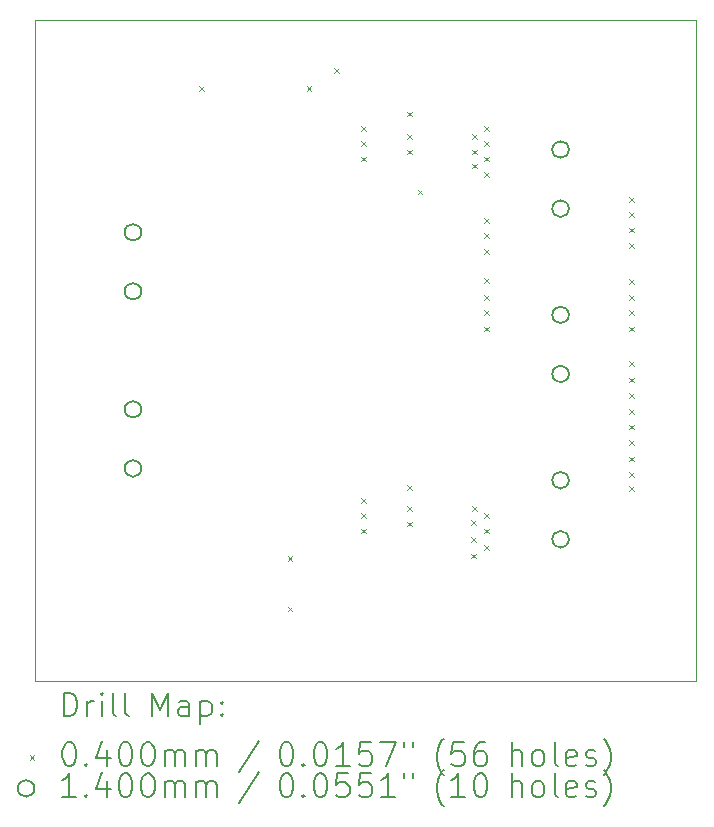
<source format=gbr>
%TF.GenerationSoftware,KiCad,Pcbnew,(7.0.0)*%
%TF.CreationDate,2023-05-21T08:54:48-04:00*%
%TF.ProjectId,Solenoid_Driver,536f6c65-6e6f-4696-945f-447269766572,V1.0*%
%TF.SameCoordinates,Original*%
%TF.FileFunction,Drillmap*%
%TF.FilePolarity,Positive*%
%FSLAX45Y45*%
G04 Gerber Fmt 4.5, Leading zero omitted, Abs format (unit mm)*
G04 Created by KiCad (PCBNEW (7.0.0)) date 2023-05-21 08:54:48*
%MOMM*%
%LPD*%
G01*
G04 APERTURE LIST*
%ADD10C,0.100000*%
%ADD11C,0.200000*%
%ADD12C,0.040000*%
%ADD13C,0.140000*%
G04 APERTURE END LIST*
D10*
X12000000Y-6000000D02*
X17600000Y-6000000D01*
X17600000Y-6000000D02*
X17600000Y-11600000D01*
X17600000Y-11600000D02*
X12000000Y-11600000D01*
X12000000Y-11600000D02*
X12000000Y-6000000D01*
D11*
D12*
X13388750Y-6560000D02*
X13428750Y-6600000D01*
X13428750Y-6560000D02*
X13388750Y-6600000D01*
X14140000Y-10540000D02*
X14180000Y-10580000D01*
X14180000Y-10540000D02*
X14140000Y-10580000D01*
X14140000Y-10970000D02*
X14180000Y-11010000D01*
X14180000Y-10970000D02*
X14140000Y-11010000D01*
X14300000Y-6560000D02*
X14340000Y-6600000D01*
X14340000Y-6560000D02*
X14300000Y-6600000D01*
X14530000Y-6410000D02*
X14570000Y-6450000D01*
X14570000Y-6410000D02*
X14530000Y-6450000D01*
X14760000Y-6900000D02*
X14800000Y-6940000D01*
X14800000Y-6900000D02*
X14760000Y-6940000D01*
X14760000Y-7030000D02*
X14800000Y-7070000D01*
X14800000Y-7030000D02*
X14760000Y-7070000D01*
X14760000Y-7160000D02*
X14800000Y-7200000D01*
X14800000Y-7160000D02*
X14760000Y-7200000D01*
X14760000Y-10050000D02*
X14800000Y-10090000D01*
X14800000Y-10050000D02*
X14760000Y-10090000D01*
X14760000Y-10180000D02*
X14800000Y-10220000D01*
X14800000Y-10180000D02*
X14760000Y-10220000D01*
X14760000Y-10310000D02*
X14800000Y-10350000D01*
X14800000Y-10310000D02*
X14760000Y-10350000D01*
X15150000Y-6780000D02*
X15190000Y-6820000D01*
X15190000Y-6780000D02*
X15150000Y-6820000D01*
X15150000Y-6970000D02*
X15190000Y-7010000D01*
X15190000Y-6970000D02*
X15150000Y-7010000D01*
X15150000Y-7100000D02*
X15190000Y-7140000D01*
X15190000Y-7100000D02*
X15150000Y-7140000D01*
X15150000Y-9940000D02*
X15190000Y-9980000D01*
X15190000Y-9940000D02*
X15150000Y-9980000D01*
X15150000Y-10120000D02*
X15190000Y-10160000D01*
X15190000Y-10120000D02*
X15150000Y-10160000D01*
X15150000Y-10250000D02*
X15190000Y-10290000D01*
X15190000Y-10250000D02*
X15150000Y-10290000D01*
X15240000Y-7440000D02*
X15280000Y-7480000D01*
X15280000Y-7440000D02*
X15240000Y-7480000D01*
X15690000Y-10240000D02*
X15730000Y-10280000D01*
X15730000Y-10240000D02*
X15690000Y-10280000D01*
X15690000Y-10380000D02*
X15730000Y-10420000D01*
X15730000Y-10380000D02*
X15690000Y-10420000D01*
X15690000Y-10520000D02*
X15730000Y-10560000D01*
X15730000Y-10520000D02*
X15690000Y-10560000D01*
X15700000Y-6970000D02*
X15740000Y-7010000D01*
X15740000Y-6970000D02*
X15700000Y-7010000D01*
X15700000Y-7100000D02*
X15740000Y-7140000D01*
X15740000Y-7100000D02*
X15700000Y-7140000D01*
X15700000Y-7220000D02*
X15740000Y-7260000D01*
X15740000Y-7220000D02*
X15700000Y-7260000D01*
X15700000Y-10120000D02*
X15740000Y-10160000D01*
X15740000Y-10120000D02*
X15700000Y-10160000D01*
X15800000Y-6900000D02*
X15840000Y-6940000D01*
X15840000Y-6900000D02*
X15800000Y-6940000D01*
X15800000Y-7030000D02*
X15840000Y-7070000D01*
X15840000Y-7030000D02*
X15800000Y-7070000D01*
X15800000Y-7160000D02*
X15840000Y-7200000D01*
X15840000Y-7160000D02*
X15800000Y-7200000D01*
X15800000Y-7290000D02*
X15840000Y-7330000D01*
X15840000Y-7290000D02*
X15800000Y-7330000D01*
X15800000Y-7680000D02*
X15840000Y-7720000D01*
X15840000Y-7680000D02*
X15800000Y-7720000D01*
X15800000Y-7810000D02*
X15840000Y-7850000D01*
X15840000Y-7810000D02*
X15800000Y-7850000D01*
X15800000Y-7940000D02*
X15840000Y-7980000D01*
X15840000Y-7940000D02*
X15800000Y-7980000D01*
X15800000Y-8190000D02*
X15840000Y-8230000D01*
X15840000Y-8190000D02*
X15800000Y-8230000D01*
X15800000Y-8330000D02*
X15840000Y-8370000D01*
X15840000Y-8330000D02*
X15800000Y-8370000D01*
X15800000Y-8460000D02*
X15840000Y-8500000D01*
X15840000Y-8460000D02*
X15800000Y-8500000D01*
X15800000Y-8600000D02*
X15840000Y-8640000D01*
X15840000Y-8600000D02*
X15800000Y-8640000D01*
X15800000Y-10180000D02*
X15840000Y-10220000D01*
X15840000Y-10180000D02*
X15800000Y-10220000D01*
X15800000Y-10310000D02*
X15840000Y-10350000D01*
X15840000Y-10310000D02*
X15800000Y-10350000D01*
X15800000Y-10450000D02*
X15840000Y-10490000D01*
X15840000Y-10450000D02*
X15800000Y-10490000D01*
X17030000Y-7500000D02*
X17070000Y-7540000D01*
X17070000Y-7500000D02*
X17030000Y-7540000D01*
X17030000Y-7630000D02*
X17070000Y-7670000D01*
X17070000Y-7630000D02*
X17030000Y-7670000D01*
X17030000Y-7760000D02*
X17070000Y-7800000D01*
X17070000Y-7760000D02*
X17030000Y-7800000D01*
X17030000Y-7890000D02*
X17070000Y-7930000D01*
X17070000Y-7890000D02*
X17030000Y-7930000D01*
X17030000Y-8200000D02*
X17070000Y-8240000D01*
X17070000Y-8200000D02*
X17030000Y-8240000D01*
X17030000Y-8330000D02*
X17070000Y-8370000D01*
X17070000Y-8330000D02*
X17030000Y-8370000D01*
X17030000Y-8460000D02*
X17070000Y-8500000D01*
X17070000Y-8460000D02*
X17030000Y-8500000D01*
X17030000Y-8600000D02*
X17070000Y-8640000D01*
X17070000Y-8600000D02*
X17030000Y-8640000D01*
X17030000Y-8890000D02*
X17070000Y-8930000D01*
X17070000Y-8890000D02*
X17030000Y-8930000D01*
X17030000Y-9030000D02*
X17070000Y-9070000D01*
X17070000Y-9030000D02*
X17030000Y-9070000D01*
X17030000Y-9160000D02*
X17070000Y-9200000D01*
X17070000Y-9160000D02*
X17030000Y-9200000D01*
X17030000Y-9300000D02*
X17070000Y-9340000D01*
X17070000Y-9300000D02*
X17030000Y-9340000D01*
X17030000Y-9430000D02*
X17070000Y-9470000D01*
X17070000Y-9430000D02*
X17030000Y-9470000D01*
X17030000Y-9560000D02*
X17070000Y-9600000D01*
X17070000Y-9560000D02*
X17030000Y-9600000D01*
X17030000Y-9700000D02*
X17070000Y-9740000D01*
X17070000Y-9700000D02*
X17030000Y-9740000D01*
X17030000Y-9830000D02*
X17070000Y-9870000D01*
X17070000Y-9830000D02*
X17030000Y-9870000D01*
X17030000Y-9950000D02*
X17070000Y-9990000D01*
X17070000Y-9950000D02*
X17030000Y-9990000D01*
D13*
X12900000Y-7800000D02*
G75*
G03*
X12900000Y-7800000I-70000J0D01*
G01*
X12900000Y-8300000D02*
G75*
G03*
X12900000Y-8300000I-70000J0D01*
G01*
X12900000Y-9300000D02*
G75*
G03*
X12900000Y-9300000I-70000J0D01*
G01*
X12900000Y-9800000D02*
G75*
G03*
X12900000Y-9800000I-70000J0D01*
G01*
X16520000Y-7100000D02*
G75*
G03*
X16520000Y-7100000I-70000J0D01*
G01*
X16520000Y-7600000D02*
G75*
G03*
X16520000Y-7600000I-70000J0D01*
G01*
X16520000Y-8500000D02*
G75*
G03*
X16520000Y-8500000I-70000J0D01*
G01*
X16520000Y-9000000D02*
G75*
G03*
X16520000Y-9000000I-70000J0D01*
G01*
X16520000Y-9900000D02*
G75*
G03*
X16520000Y-9900000I-70000J0D01*
G01*
X16520000Y-10400000D02*
G75*
G03*
X16520000Y-10400000I-70000J0D01*
G01*
D11*
X12242619Y-11898476D02*
X12242619Y-11698476D01*
X12242619Y-11698476D02*
X12290238Y-11698476D01*
X12290238Y-11698476D02*
X12318809Y-11708000D01*
X12318809Y-11708000D02*
X12337857Y-11727048D01*
X12337857Y-11727048D02*
X12347381Y-11746095D01*
X12347381Y-11746095D02*
X12356905Y-11784190D01*
X12356905Y-11784190D02*
X12356905Y-11812762D01*
X12356905Y-11812762D02*
X12347381Y-11850857D01*
X12347381Y-11850857D02*
X12337857Y-11869905D01*
X12337857Y-11869905D02*
X12318809Y-11888952D01*
X12318809Y-11888952D02*
X12290238Y-11898476D01*
X12290238Y-11898476D02*
X12242619Y-11898476D01*
X12442619Y-11898476D02*
X12442619Y-11765143D01*
X12442619Y-11803238D02*
X12452143Y-11784190D01*
X12452143Y-11784190D02*
X12461667Y-11774667D01*
X12461667Y-11774667D02*
X12480714Y-11765143D01*
X12480714Y-11765143D02*
X12499762Y-11765143D01*
X12566428Y-11898476D02*
X12566428Y-11765143D01*
X12566428Y-11698476D02*
X12556905Y-11708000D01*
X12556905Y-11708000D02*
X12566428Y-11717524D01*
X12566428Y-11717524D02*
X12575952Y-11708000D01*
X12575952Y-11708000D02*
X12566428Y-11698476D01*
X12566428Y-11698476D02*
X12566428Y-11717524D01*
X12690238Y-11898476D02*
X12671190Y-11888952D01*
X12671190Y-11888952D02*
X12661667Y-11869905D01*
X12661667Y-11869905D02*
X12661667Y-11698476D01*
X12795000Y-11898476D02*
X12775952Y-11888952D01*
X12775952Y-11888952D02*
X12766428Y-11869905D01*
X12766428Y-11869905D02*
X12766428Y-11698476D01*
X12991190Y-11898476D02*
X12991190Y-11698476D01*
X12991190Y-11698476D02*
X13057857Y-11841333D01*
X13057857Y-11841333D02*
X13124524Y-11698476D01*
X13124524Y-11698476D02*
X13124524Y-11898476D01*
X13305476Y-11898476D02*
X13305476Y-11793714D01*
X13305476Y-11793714D02*
X13295952Y-11774667D01*
X13295952Y-11774667D02*
X13276905Y-11765143D01*
X13276905Y-11765143D02*
X13238809Y-11765143D01*
X13238809Y-11765143D02*
X13219762Y-11774667D01*
X13305476Y-11888952D02*
X13286428Y-11898476D01*
X13286428Y-11898476D02*
X13238809Y-11898476D01*
X13238809Y-11898476D02*
X13219762Y-11888952D01*
X13219762Y-11888952D02*
X13210238Y-11869905D01*
X13210238Y-11869905D02*
X13210238Y-11850857D01*
X13210238Y-11850857D02*
X13219762Y-11831809D01*
X13219762Y-11831809D02*
X13238809Y-11822286D01*
X13238809Y-11822286D02*
X13286428Y-11822286D01*
X13286428Y-11822286D02*
X13305476Y-11812762D01*
X13400714Y-11765143D02*
X13400714Y-11965143D01*
X13400714Y-11774667D02*
X13419762Y-11765143D01*
X13419762Y-11765143D02*
X13457857Y-11765143D01*
X13457857Y-11765143D02*
X13476905Y-11774667D01*
X13476905Y-11774667D02*
X13486428Y-11784190D01*
X13486428Y-11784190D02*
X13495952Y-11803238D01*
X13495952Y-11803238D02*
X13495952Y-11860381D01*
X13495952Y-11860381D02*
X13486428Y-11879428D01*
X13486428Y-11879428D02*
X13476905Y-11888952D01*
X13476905Y-11888952D02*
X13457857Y-11898476D01*
X13457857Y-11898476D02*
X13419762Y-11898476D01*
X13419762Y-11898476D02*
X13400714Y-11888952D01*
X13581667Y-11879428D02*
X13591190Y-11888952D01*
X13591190Y-11888952D02*
X13581667Y-11898476D01*
X13581667Y-11898476D02*
X13572143Y-11888952D01*
X13572143Y-11888952D02*
X13581667Y-11879428D01*
X13581667Y-11879428D02*
X13581667Y-11898476D01*
X13581667Y-11774667D02*
X13591190Y-11784190D01*
X13591190Y-11784190D02*
X13581667Y-11793714D01*
X13581667Y-11793714D02*
X13572143Y-11784190D01*
X13572143Y-11784190D02*
X13581667Y-11774667D01*
X13581667Y-11774667D02*
X13581667Y-11793714D01*
D12*
X11955000Y-12225000D02*
X11995000Y-12265000D01*
X11995000Y-12225000D02*
X11955000Y-12265000D01*
D11*
X12280714Y-12118476D02*
X12299762Y-12118476D01*
X12299762Y-12118476D02*
X12318809Y-12128000D01*
X12318809Y-12128000D02*
X12328333Y-12137524D01*
X12328333Y-12137524D02*
X12337857Y-12156571D01*
X12337857Y-12156571D02*
X12347381Y-12194667D01*
X12347381Y-12194667D02*
X12347381Y-12242286D01*
X12347381Y-12242286D02*
X12337857Y-12280381D01*
X12337857Y-12280381D02*
X12328333Y-12299428D01*
X12328333Y-12299428D02*
X12318809Y-12308952D01*
X12318809Y-12308952D02*
X12299762Y-12318476D01*
X12299762Y-12318476D02*
X12280714Y-12318476D01*
X12280714Y-12318476D02*
X12261667Y-12308952D01*
X12261667Y-12308952D02*
X12252143Y-12299428D01*
X12252143Y-12299428D02*
X12242619Y-12280381D01*
X12242619Y-12280381D02*
X12233095Y-12242286D01*
X12233095Y-12242286D02*
X12233095Y-12194667D01*
X12233095Y-12194667D02*
X12242619Y-12156571D01*
X12242619Y-12156571D02*
X12252143Y-12137524D01*
X12252143Y-12137524D02*
X12261667Y-12128000D01*
X12261667Y-12128000D02*
X12280714Y-12118476D01*
X12433095Y-12299428D02*
X12442619Y-12308952D01*
X12442619Y-12308952D02*
X12433095Y-12318476D01*
X12433095Y-12318476D02*
X12423571Y-12308952D01*
X12423571Y-12308952D02*
X12433095Y-12299428D01*
X12433095Y-12299428D02*
X12433095Y-12318476D01*
X12614048Y-12185143D02*
X12614048Y-12318476D01*
X12566428Y-12108952D02*
X12518809Y-12251809D01*
X12518809Y-12251809D02*
X12642619Y-12251809D01*
X12756905Y-12118476D02*
X12775952Y-12118476D01*
X12775952Y-12118476D02*
X12795000Y-12128000D01*
X12795000Y-12128000D02*
X12804524Y-12137524D01*
X12804524Y-12137524D02*
X12814048Y-12156571D01*
X12814048Y-12156571D02*
X12823571Y-12194667D01*
X12823571Y-12194667D02*
X12823571Y-12242286D01*
X12823571Y-12242286D02*
X12814048Y-12280381D01*
X12814048Y-12280381D02*
X12804524Y-12299428D01*
X12804524Y-12299428D02*
X12795000Y-12308952D01*
X12795000Y-12308952D02*
X12775952Y-12318476D01*
X12775952Y-12318476D02*
X12756905Y-12318476D01*
X12756905Y-12318476D02*
X12737857Y-12308952D01*
X12737857Y-12308952D02*
X12728333Y-12299428D01*
X12728333Y-12299428D02*
X12718809Y-12280381D01*
X12718809Y-12280381D02*
X12709286Y-12242286D01*
X12709286Y-12242286D02*
X12709286Y-12194667D01*
X12709286Y-12194667D02*
X12718809Y-12156571D01*
X12718809Y-12156571D02*
X12728333Y-12137524D01*
X12728333Y-12137524D02*
X12737857Y-12128000D01*
X12737857Y-12128000D02*
X12756905Y-12118476D01*
X12947381Y-12118476D02*
X12966429Y-12118476D01*
X12966429Y-12118476D02*
X12985476Y-12128000D01*
X12985476Y-12128000D02*
X12995000Y-12137524D01*
X12995000Y-12137524D02*
X13004524Y-12156571D01*
X13004524Y-12156571D02*
X13014048Y-12194667D01*
X13014048Y-12194667D02*
X13014048Y-12242286D01*
X13014048Y-12242286D02*
X13004524Y-12280381D01*
X13004524Y-12280381D02*
X12995000Y-12299428D01*
X12995000Y-12299428D02*
X12985476Y-12308952D01*
X12985476Y-12308952D02*
X12966429Y-12318476D01*
X12966429Y-12318476D02*
X12947381Y-12318476D01*
X12947381Y-12318476D02*
X12928333Y-12308952D01*
X12928333Y-12308952D02*
X12918809Y-12299428D01*
X12918809Y-12299428D02*
X12909286Y-12280381D01*
X12909286Y-12280381D02*
X12899762Y-12242286D01*
X12899762Y-12242286D02*
X12899762Y-12194667D01*
X12899762Y-12194667D02*
X12909286Y-12156571D01*
X12909286Y-12156571D02*
X12918809Y-12137524D01*
X12918809Y-12137524D02*
X12928333Y-12128000D01*
X12928333Y-12128000D02*
X12947381Y-12118476D01*
X13099762Y-12318476D02*
X13099762Y-12185143D01*
X13099762Y-12204190D02*
X13109286Y-12194667D01*
X13109286Y-12194667D02*
X13128333Y-12185143D01*
X13128333Y-12185143D02*
X13156905Y-12185143D01*
X13156905Y-12185143D02*
X13175952Y-12194667D01*
X13175952Y-12194667D02*
X13185476Y-12213714D01*
X13185476Y-12213714D02*
X13185476Y-12318476D01*
X13185476Y-12213714D02*
X13195000Y-12194667D01*
X13195000Y-12194667D02*
X13214048Y-12185143D01*
X13214048Y-12185143D02*
X13242619Y-12185143D01*
X13242619Y-12185143D02*
X13261667Y-12194667D01*
X13261667Y-12194667D02*
X13271190Y-12213714D01*
X13271190Y-12213714D02*
X13271190Y-12318476D01*
X13366429Y-12318476D02*
X13366429Y-12185143D01*
X13366429Y-12204190D02*
X13375952Y-12194667D01*
X13375952Y-12194667D02*
X13395000Y-12185143D01*
X13395000Y-12185143D02*
X13423571Y-12185143D01*
X13423571Y-12185143D02*
X13442619Y-12194667D01*
X13442619Y-12194667D02*
X13452143Y-12213714D01*
X13452143Y-12213714D02*
X13452143Y-12318476D01*
X13452143Y-12213714D02*
X13461667Y-12194667D01*
X13461667Y-12194667D02*
X13480714Y-12185143D01*
X13480714Y-12185143D02*
X13509286Y-12185143D01*
X13509286Y-12185143D02*
X13528333Y-12194667D01*
X13528333Y-12194667D02*
X13537857Y-12213714D01*
X13537857Y-12213714D02*
X13537857Y-12318476D01*
X13895952Y-12108952D02*
X13724524Y-12366095D01*
X14120714Y-12118476D02*
X14139762Y-12118476D01*
X14139762Y-12118476D02*
X14158810Y-12128000D01*
X14158810Y-12128000D02*
X14168333Y-12137524D01*
X14168333Y-12137524D02*
X14177857Y-12156571D01*
X14177857Y-12156571D02*
X14187381Y-12194667D01*
X14187381Y-12194667D02*
X14187381Y-12242286D01*
X14187381Y-12242286D02*
X14177857Y-12280381D01*
X14177857Y-12280381D02*
X14168333Y-12299428D01*
X14168333Y-12299428D02*
X14158810Y-12308952D01*
X14158810Y-12308952D02*
X14139762Y-12318476D01*
X14139762Y-12318476D02*
X14120714Y-12318476D01*
X14120714Y-12318476D02*
X14101667Y-12308952D01*
X14101667Y-12308952D02*
X14092143Y-12299428D01*
X14092143Y-12299428D02*
X14082619Y-12280381D01*
X14082619Y-12280381D02*
X14073095Y-12242286D01*
X14073095Y-12242286D02*
X14073095Y-12194667D01*
X14073095Y-12194667D02*
X14082619Y-12156571D01*
X14082619Y-12156571D02*
X14092143Y-12137524D01*
X14092143Y-12137524D02*
X14101667Y-12128000D01*
X14101667Y-12128000D02*
X14120714Y-12118476D01*
X14273095Y-12299428D02*
X14282619Y-12308952D01*
X14282619Y-12308952D02*
X14273095Y-12318476D01*
X14273095Y-12318476D02*
X14263571Y-12308952D01*
X14263571Y-12308952D02*
X14273095Y-12299428D01*
X14273095Y-12299428D02*
X14273095Y-12318476D01*
X14406429Y-12118476D02*
X14425476Y-12118476D01*
X14425476Y-12118476D02*
X14444524Y-12128000D01*
X14444524Y-12128000D02*
X14454048Y-12137524D01*
X14454048Y-12137524D02*
X14463571Y-12156571D01*
X14463571Y-12156571D02*
X14473095Y-12194667D01*
X14473095Y-12194667D02*
X14473095Y-12242286D01*
X14473095Y-12242286D02*
X14463571Y-12280381D01*
X14463571Y-12280381D02*
X14454048Y-12299428D01*
X14454048Y-12299428D02*
X14444524Y-12308952D01*
X14444524Y-12308952D02*
X14425476Y-12318476D01*
X14425476Y-12318476D02*
X14406429Y-12318476D01*
X14406429Y-12318476D02*
X14387381Y-12308952D01*
X14387381Y-12308952D02*
X14377857Y-12299428D01*
X14377857Y-12299428D02*
X14368333Y-12280381D01*
X14368333Y-12280381D02*
X14358810Y-12242286D01*
X14358810Y-12242286D02*
X14358810Y-12194667D01*
X14358810Y-12194667D02*
X14368333Y-12156571D01*
X14368333Y-12156571D02*
X14377857Y-12137524D01*
X14377857Y-12137524D02*
X14387381Y-12128000D01*
X14387381Y-12128000D02*
X14406429Y-12118476D01*
X14663571Y-12318476D02*
X14549286Y-12318476D01*
X14606429Y-12318476D02*
X14606429Y-12118476D01*
X14606429Y-12118476D02*
X14587381Y-12147048D01*
X14587381Y-12147048D02*
X14568333Y-12166095D01*
X14568333Y-12166095D02*
X14549286Y-12175619D01*
X14844524Y-12118476D02*
X14749286Y-12118476D01*
X14749286Y-12118476D02*
X14739762Y-12213714D01*
X14739762Y-12213714D02*
X14749286Y-12204190D01*
X14749286Y-12204190D02*
X14768333Y-12194667D01*
X14768333Y-12194667D02*
X14815952Y-12194667D01*
X14815952Y-12194667D02*
X14835000Y-12204190D01*
X14835000Y-12204190D02*
X14844524Y-12213714D01*
X14844524Y-12213714D02*
X14854048Y-12232762D01*
X14854048Y-12232762D02*
X14854048Y-12280381D01*
X14854048Y-12280381D02*
X14844524Y-12299428D01*
X14844524Y-12299428D02*
X14835000Y-12308952D01*
X14835000Y-12308952D02*
X14815952Y-12318476D01*
X14815952Y-12318476D02*
X14768333Y-12318476D01*
X14768333Y-12318476D02*
X14749286Y-12308952D01*
X14749286Y-12308952D02*
X14739762Y-12299428D01*
X14920714Y-12118476D02*
X15054048Y-12118476D01*
X15054048Y-12118476D02*
X14968333Y-12318476D01*
X15120714Y-12118476D02*
X15120714Y-12156571D01*
X15196905Y-12118476D02*
X15196905Y-12156571D01*
X15459762Y-12394667D02*
X15450238Y-12385143D01*
X15450238Y-12385143D02*
X15431191Y-12356571D01*
X15431191Y-12356571D02*
X15421667Y-12337524D01*
X15421667Y-12337524D02*
X15412143Y-12308952D01*
X15412143Y-12308952D02*
X15402619Y-12261333D01*
X15402619Y-12261333D02*
X15402619Y-12223238D01*
X15402619Y-12223238D02*
X15412143Y-12175619D01*
X15412143Y-12175619D02*
X15421667Y-12147048D01*
X15421667Y-12147048D02*
X15431191Y-12128000D01*
X15431191Y-12128000D02*
X15450238Y-12099428D01*
X15450238Y-12099428D02*
X15459762Y-12089905D01*
X15631191Y-12118476D02*
X15535952Y-12118476D01*
X15535952Y-12118476D02*
X15526429Y-12213714D01*
X15526429Y-12213714D02*
X15535952Y-12204190D01*
X15535952Y-12204190D02*
X15555000Y-12194667D01*
X15555000Y-12194667D02*
X15602619Y-12194667D01*
X15602619Y-12194667D02*
X15621667Y-12204190D01*
X15621667Y-12204190D02*
X15631191Y-12213714D01*
X15631191Y-12213714D02*
X15640714Y-12232762D01*
X15640714Y-12232762D02*
X15640714Y-12280381D01*
X15640714Y-12280381D02*
X15631191Y-12299428D01*
X15631191Y-12299428D02*
X15621667Y-12308952D01*
X15621667Y-12308952D02*
X15602619Y-12318476D01*
X15602619Y-12318476D02*
X15555000Y-12318476D01*
X15555000Y-12318476D02*
X15535952Y-12308952D01*
X15535952Y-12308952D02*
X15526429Y-12299428D01*
X15812143Y-12118476D02*
X15774048Y-12118476D01*
X15774048Y-12118476D02*
X15755000Y-12128000D01*
X15755000Y-12128000D02*
X15745476Y-12137524D01*
X15745476Y-12137524D02*
X15726429Y-12166095D01*
X15726429Y-12166095D02*
X15716905Y-12204190D01*
X15716905Y-12204190D02*
X15716905Y-12280381D01*
X15716905Y-12280381D02*
X15726429Y-12299428D01*
X15726429Y-12299428D02*
X15735952Y-12308952D01*
X15735952Y-12308952D02*
X15755000Y-12318476D01*
X15755000Y-12318476D02*
X15793095Y-12318476D01*
X15793095Y-12318476D02*
X15812143Y-12308952D01*
X15812143Y-12308952D02*
X15821667Y-12299428D01*
X15821667Y-12299428D02*
X15831191Y-12280381D01*
X15831191Y-12280381D02*
X15831191Y-12232762D01*
X15831191Y-12232762D02*
X15821667Y-12213714D01*
X15821667Y-12213714D02*
X15812143Y-12204190D01*
X15812143Y-12204190D02*
X15793095Y-12194667D01*
X15793095Y-12194667D02*
X15755000Y-12194667D01*
X15755000Y-12194667D02*
X15735952Y-12204190D01*
X15735952Y-12204190D02*
X15726429Y-12213714D01*
X15726429Y-12213714D02*
X15716905Y-12232762D01*
X16036905Y-12318476D02*
X16036905Y-12118476D01*
X16122619Y-12318476D02*
X16122619Y-12213714D01*
X16122619Y-12213714D02*
X16113095Y-12194667D01*
X16113095Y-12194667D02*
X16094048Y-12185143D01*
X16094048Y-12185143D02*
X16065476Y-12185143D01*
X16065476Y-12185143D02*
X16046429Y-12194667D01*
X16046429Y-12194667D02*
X16036905Y-12204190D01*
X16246429Y-12318476D02*
X16227381Y-12308952D01*
X16227381Y-12308952D02*
X16217857Y-12299428D01*
X16217857Y-12299428D02*
X16208333Y-12280381D01*
X16208333Y-12280381D02*
X16208333Y-12223238D01*
X16208333Y-12223238D02*
X16217857Y-12204190D01*
X16217857Y-12204190D02*
X16227381Y-12194667D01*
X16227381Y-12194667D02*
X16246429Y-12185143D01*
X16246429Y-12185143D02*
X16275000Y-12185143D01*
X16275000Y-12185143D02*
X16294048Y-12194667D01*
X16294048Y-12194667D02*
X16303572Y-12204190D01*
X16303572Y-12204190D02*
X16313095Y-12223238D01*
X16313095Y-12223238D02*
X16313095Y-12280381D01*
X16313095Y-12280381D02*
X16303572Y-12299428D01*
X16303572Y-12299428D02*
X16294048Y-12308952D01*
X16294048Y-12308952D02*
X16275000Y-12318476D01*
X16275000Y-12318476D02*
X16246429Y-12318476D01*
X16427381Y-12318476D02*
X16408333Y-12308952D01*
X16408333Y-12308952D02*
X16398810Y-12289905D01*
X16398810Y-12289905D02*
X16398810Y-12118476D01*
X16579762Y-12308952D02*
X16560714Y-12318476D01*
X16560714Y-12318476D02*
X16522619Y-12318476D01*
X16522619Y-12318476D02*
X16503572Y-12308952D01*
X16503572Y-12308952D02*
X16494048Y-12289905D01*
X16494048Y-12289905D02*
X16494048Y-12213714D01*
X16494048Y-12213714D02*
X16503572Y-12194667D01*
X16503572Y-12194667D02*
X16522619Y-12185143D01*
X16522619Y-12185143D02*
X16560714Y-12185143D01*
X16560714Y-12185143D02*
X16579762Y-12194667D01*
X16579762Y-12194667D02*
X16589286Y-12213714D01*
X16589286Y-12213714D02*
X16589286Y-12232762D01*
X16589286Y-12232762D02*
X16494048Y-12251809D01*
X16665476Y-12308952D02*
X16684524Y-12318476D01*
X16684524Y-12318476D02*
X16722619Y-12318476D01*
X16722619Y-12318476D02*
X16741667Y-12308952D01*
X16741667Y-12308952D02*
X16751191Y-12289905D01*
X16751191Y-12289905D02*
X16751191Y-12280381D01*
X16751191Y-12280381D02*
X16741667Y-12261333D01*
X16741667Y-12261333D02*
X16722619Y-12251809D01*
X16722619Y-12251809D02*
X16694048Y-12251809D01*
X16694048Y-12251809D02*
X16675000Y-12242286D01*
X16675000Y-12242286D02*
X16665476Y-12223238D01*
X16665476Y-12223238D02*
X16665476Y-12213714D01*
X16665476Y-12213714D02*
X16675000Y-12194667D01*
X16675000Y-12194667D02*
X16694048Y-12185143D01*
X16694048Y-12185143D02*
X16722619Y-12185143D01*
X16722619Y-12185143D02*
X16741667Y-12194667D01*
X16817857Y-12394667D02*
X16827381Y-12385143D01*
X16827381Y-12385143D02*
X16846429Y-12356571D01*
X16846429Y-12356571D02*
X16855953Y-12337524D01*
X16855953Y-12337524D02*
X16865476Y-12308952D01*
X16865476Y-12308952D02*
X16875000Y-12261333D01*
X16875000Y-12261333D02*
X16875000Y-12223238D01*
X16875000Y-12223238D02*
X16865476Y-12175619D01*
X16865476Y-12175619D02*
X16855953Y-12147048D01*
X16855953Y-12147048D02*
X16846429Y-12128000D01*
X16846429Y-12128000D02*
X16827381Y-12099428D01*
X16827381Y-12099428D02*
X16817857Y-12089905D01*
D13*
X11995000Y-12509000D02*
G75*
G03*
X11995000Y-12509000I-70000J0D01*
G01*
D11*
X12347381Y-12582476D02*
X12233095Y-12582476D01*
X12290238Y-12582476D02*
X12290238Y-12382476D01*
X12290238Y-12382476D02*
X12271190Y-12411048D01*
X12271190Y-12411048D02*
X12252143Y-12430095D01*
X12252143Y-12430095D02*
X12233095Y-12439619D01*
X12433095Y-12563428D02*
X12442619Y-12572952D01*
X12442619Y-12572952D02*
X12433095Y-12582476D01*
X12433095Y-12582476D02*
X12423571Y-12572952D01*
X12423571Y-12572952D02*
X12433095Y-12563428D01*
X12433095Y-12563428D02*
X12433095Y-12582476D01*
X12614048Y-12449143D02*
X12614048Y-12582476D01*
X12566428Y-12372952D02*
X12518809Y-12515809D01*
X12518809Y-12515809D02*
X12642619Y-12515809D01*
X12756905Y-12382476D02*
X12775952Y-12382476D01*
X12775952Y-12382476D02*
X12795000Y-12392000D01*
X12795000Y-12392000D02*
X12804524Y-12401524D01*
X12804524Y-12401524D02*
X12814048Y-12420571D01*
X12814048Y-12420571D02*
X12823571Y-12458667D01*
X12823571Y-12458667D02*
X12823571Y-12506286D01*
X12823571Y-12506286D02*
X12814048Y-12544381D01*
X12814048Y-12544381D02*
X12804524Y-12563428D01*
X12804524Y-12563428D02*
X12795000Y-12572952D01*
X12795000Y-12572952D02*
X12775952Y-12582476D01*
X12775952Y-12582476D02*
X12756905Y-12582476D01*
X12756905Y-12582476D02*
X12737857Y-12572952D01*
X12737857Y-12572952D02*
X12728333Y-12563428D01*
X12728333Y-12563428D02*
X12718809Y-12544381D01*
X12718809Y-12544381D02*
X12709286Y-12506286D01*
X12709286Y-12506286D02*
X12709286Y-12458667D01*
X12709286Y-12458667D02*
X12718809Y-12420571D01*
X12718809Y-12420571D02*
X12728333Y-12401524D01*
X12728333Y-12401524D02*
X12737857Y-12392000D01*
X12737857Y-12392000D02*
X12756905Y-12382476D01*
X12947381Y-12382476D02*
X12966429Y-12382476D01*
X12966429Y-12382476D02*
X12985476Y-12392000D01*
X12985476Y-12392000D02*
X12995000Y-12401524D01*
X12995000Y-12401524D02*
X13004524Y-12420571D01*
X13004524Y-12420571D02*
X13014048Y-12458667D01*
X13014048Y-12458667D02*
X13014048Y-12506286D01*
X13014048Y-12506286D02*
X13004524Y-12544381D01*
X13004524Y-12544381D02*
X12995000Y-12563428D01*
X12995000Y-12563428D02*
X12985476Y-12572952D01*
X12985476Y-12572952D02*
X12966429Y-12582476D01*
X12966429Y-12582476D02*
X12947381Y-12582476D01*
X12947381Y-12582476D02*
X12928333Y-12572952D01*
X12928333Y-12572952D02*
X12918809Y-12563428D01*
X12918809Y-12563428D02*
X12909286Y-12544381D01*
X12909286Y-12544381D02*
X12899762Y-12506286D01*
X12899762Y-12506286D02*
X12899762Y-12458667D01*
X12899762Y-12458667D02*
X12909286Y-12420571D01*
X12909286Y-12420571D02*
X12918809Y-12401524D01*
X12918809Y-12401524D02*
X12928333Y-12392000D01*
X12928333Y-12392000D02*
X12947381Y-12382476D01*
X13099762Y-12582476D02*
X13099762Y-12449143D01*
X13099762Y-12468190D02*
X13109286Y-12458667D01*
X13109286Y-12458667D02*
X13128333Y-12449143D01*
X13128333Y-12449143D02*
X13156905Y-12449143D01*
X13156905Y-12449143D02*
X13175952Y-12458667D01*
X13175952Y-12458667D02*
X13185476Y-12477714D01*
X13185476Y-12477714D02*
X13185476Y-12582476D01*
X13185476Y-12477714D02*
X13195000Y-12458667D01*
X13195000Y-12458667D02*
X13214048Y-12449143D01*
X13214048Y-12449143D02*
X13242619Y-12449143D01*
X13242619Y-12449143D02*
X13261667Y-12458667D01*
X13261667Y-12458667D02*
X13271190Y-12477714D01*
X13271190Y-12477714D02*
X13271190Y-12582476D01*
X13366429Y-12582476D02*
X13366429Y-12449143D01*
X13366429Y-12468190D02*
X13375952Y-12458667D01*
X13375952Y-12458667D02*
X13395000Y-12449143D01*
X13395000Y-12449143D02*
X13423571Y-12449143D01*
X13423571Y-12449143D02*
X13442619Y-12458667D01*
X13442619Y-12458667D02*
X13452143Y-12477714D01*
X13452143Y-12477714D02*
X13452143Y-12582476D01*
X13452143Y-12477714D02*
X13461667Y-12458667D01*
X13461667Y-12458667D02*
X13480714Y-12449143D01*
X13480714Y-12449143D02*
X13509286Y-12449143D01*
X13509286Y-12449143D02*
X13528333Y-12458667D01*
X13528333Y-12458667D02*
X13537857Y-12477714D01*
X13537857Y-12477714D02*
X13537857Y-12582476D01*
X13895952Y-12372952D02*
X13724524Y-12630095D01*
X14120714Y-12382476D02*
X14139762Y-12382476D01*
X14139762Y-12382476D02*
X14158810Y-12392000D01*
X14158810Y-12392000D02*
X14168333Y-12401524D01*
X14168333Y-12401524D02*
X14177857Y-12420571D01*
X14177857Y-12420571D02*
X14187381Y-12458667D01*
X14187381Y-12458667D02*
X14187381Y-12506286D01*
X14187381Y-12506286D02*
X14177857Y-12544381D01*
X14177857Y-12544381D02*
X14168333Y-12563428D01*
X14168333Y-12563428D02*
X14158810Y-12572952D01*
X14158810Y-12572952D02*
X14139762Y-12582476D01*
X14139762Y-12582476D02*
X14120714Y-12582476D01*
X14120714Y-12582476D02*
X14101667Y-12572952D01*
X14101667Y-12572952D02*
X14092143Y-12563428D01*
X14092143Y-12563428D02*
X14082619Y-12544381D01*
X14082619Y-12544381D02*
X14073095Y-12506286D01*
X14073095Y-12506286D02*
X14073095Y-12458667D01*
X14073095Y-12458667D02*
X14082619Y-12420571D01*
X14082619Y-12420571D02*
X14092143Y-12401524D01*
X14092143Y-12401524D02*
X14101667Y-12392000D01*
X14101667Y-12392000D02*
X14120714Y-12382476D01*
X14273095Y-12563428D02*
X14282619Y-12572952D01*
X14282619Y-12572952D02*
X14273095Y-12582476D01*
X14273095Y-12582476D02*
X14263571Y-12572952D01*
X14263571Y-12572952D02*
X14273095Y-12563428D01*
X14273095Y-12563428D02*
X14273095Y-12582476D01*
X14406429Y-12382476D02*
X14425476Y-12382476D01*
X14425476Y-12382476D02*
X14444524Y-12392000D01*
X14444524Y-12392000D02*
X14454048Y-12401524D01*
X14454048Y-12401524D02*
X14463571Y-12420571D01*
X14463571Y-12420571D02*
X14473095Y-12458667D01*
X14473095Y-12458667D02*
X14473095Y-12506286D01*
X14473095Y-12506286D02*
X14463571Y-12544381D01*
X14463571Y-12544381D02*
X14454048Y-12563428D01*
X14454048Y-12563428D02*
X14444524Y-12572952D01*
X14444524Y-12572952D02*
X14425476Y-12582476D01*
X14425476Y-12582476D02*
X14406429Y-12582476D01*
X14406429Y-12582476D02*
X14387381Y-12572952D01*
X14387381Y-12572952D02*
X14377857Y-12563428D01*
X14377857Y-12563428D02*
X14368333Y-12544381D01*
X14368333Y-12544381D02*
X14358810Y-12506286D01*
X14358810Y-12506286D02*
X14358810Y-12458667D01*
X14358810Y-12458667D02*
X14368333Y-12420571D01*
X14368333Y-12420571D02*
X14377857Y-12401524D01*
X14377857Y-12401524D02*
X14387381Y-12392000D01*
X14387381Y-12392000D02*
X14406429Y-12382476D01*
X14654048Y-12382476D02*
X14558810Y-12382476D01*
X14558810Y-12382476D02*
X14549286Y-12477714D01*
X14549286Y-12477714D02*
X14558810Y-12468190D01*
X14558810Y-12468190D02*
X14577857Y-12458667D01*
X14577857Y-12458667D02*
X14625476Y-12458667D01*
X14625476Y-12458667D02*
X14644524Y-12468190D01*
X14644524Y-12468190D02*
X14654048Y-12477714D01*
X14654048Y-12477714D02*
X14663571Y-12496762D01*
X14663571Y-12496762D02*
X14663571Y-12544381D01*
X14663571Y-12544381D02*
X14654048Y-12563428D01*
X14654048Y-12563428D02*
X14644524Y-12572952D01*
X14644524Y-12572952D02*
X14625476Y-12582476D01*
X14625476Y-12582476D02*
X14577857Y-12582476D01*
X14577857Y-12582476D02*
X14558810Y-12572952D01*
X14558810Y-12572952D02*
X14549286Y-12563428D01*
X14844524Y-12382476D02*
X14749286Y-12382476D01*
X14749286Y-12382476D02*
X14739762Y-12477714D01*
X14739762Y-12477714D02*
X14749286Y-12468190D01*
X14749286Y-12468190D02*
X14768333Y-12458667D01*
X14768333Y-12458667D02*
X14815952Y-12458667D01*
X14815952Y-12458667D02*
X14835000Y-12468190D01*
X14835000Y-12468190D02*
X14844524Y-12477714D01*
X14844524Y-12477714D02*
X14854048Y-12496762D01*
X14854048Y-12496762D02*
X14854048Y-12544381D01*
X14854048Y-12544381D02*
X14844524Y-12563428D01*
X14844524Y-12563428D02*
X14835000Y-12572952D01*
X14835000Y-12572952D02*
X14815952Y-12582476D01*
X14815952Y-12582476D02*
X14768333Y-12582476D01*
X14768333Y-12582476D02*
X14749286Y-12572952D01*
X14749286Y-12572952D02*
X14739762Y-12563428D01*
X15044524Y-12582476D02*
X14930238Y-12582476D01*
X14987381Y-12582476D02*
X14987381Y-12382476D01*
X14987381Y-12382476D02*
X14968333Y-12411048D01*
X14968333Y-12411048D02*
X14949286Y-12430095D01*
X14949286Y-12430095D02*
X14930238Y-12439619D01*
X15120714Y-12382476D02*
X15120714Y-12420571D01*
X15196905Y-12382476D02*
X15196905Y-12420571D01*
X15459762Y-12658667D02*
X15450238Y-12649143D01*
X15450238Y-12649143D02*
X15431191Y-12620571D01*
X15431191Y-12620571D02*
X15421667Y-12601524D01*
X15421667Y-12601524D02*
X15412143Y-12572952D01*
X15412143Y-12572952D02*
X15402619Y-12525333D01*
X15402619Y-12525333D02*
X15402619Y-12487238D01*
X15402619Y-12487238D02*
X15412143Y-12439619D01*
X15412143Y-12439619D02*
X15421667Y-12411048D01*
X15421667Y-12411048D02*
X15431191Y-12392000D01*
X15431191Y-12392000D02*
X15450238Y-12363428D01*
X15450238Y-12363428D02*
X15459762Y-12353905D01*
X15640714Y-12582476D02*
X15526429Y-12582476D01*
X15583571Y-12582476D02*
X15583571Y-12382476D01*
X15583571Y-12382476D02*
X15564524Y-12411048D01*
X15564524Y-12411048D02*
X15545476Y-12430095D01*
X15545476Y-12430095D02*
X15526429Y-12439619D01*
X15764524Y-12382476D02*
X15783572Y-12382476D01*
X15783572Y-12382476D02*
X15802619Y-12392000D01*
X15802619Y-12392000D02*
X15812143Y-12401524D01*
X15812143Y-12401524D02*
X15821667Y-12420571D01*
X15821667Y-12420571D02*
X15831191Y-12458667D01*
X15831191Y-12458667D02*
X15831191Y-12506286D01*
X15831191Y-12506286D02*
X15821667Y-12544381D01*
X15821667Y-12544381D02*
X15812143Y-12563428D01*
X15812143Y-12563428D02*
X15802619Y-12572952D01*
X15802619Y-12572952D02*
X15783572Y-12582476D01*
X15783572Y-12582476D02*
X15764524Y-12582476D01*
X15764524Y-12582476D02*
X15745476Y-12572952D01*
X15745476Y-12572952D02*
X15735952Y-12563428D01*
X15735952Y-12563428D02*
X15726429Y-12544381D01*
X15726429Y-12544381D02*
X15716905Y-12506286D01*
X15716905Y-12506286D02*
X15716905Y-12458667D01*
X15716905Y-12458667D02*
X15726429Y-12420571D01*
X15726429Y-12420571D02*
X15735952Y-12401524D01*
X15735952Y-12401524D02*
X15745476Y-12392000D01*
X15745476Y-12392000D02*
X15764524Y-12382476D01*
X16036905Y-12582476D02*
X16036905Y-12382476D01*
X16122619Y-12582476D02*
X16122619Y-12477714D01*
X16122619Y-12477714D02*
X16113095Y-12458667D01*
X16113095Y-12458667D02*
X16094048Y-12449143D01*
X16094048Y-12449143D02*
X16065476Y-12449143D01*
X16065476Y-12449143D02*
X16046429Y-12458667D01*
X16046429Y-12458667D02*
X16036905Y-12468190D01*
X16246429Y-12582476D02*
X16227381Y-12572952D01*
X16227381Y-12572952D02*
X16217857Y-12563428D01*
X16217857Y-12563428D02*
X16208333Y-12544381D01*
X16208333Y-12544381D02*
X16208333Y-12487238D01*
X16208333Y-12487238D02*
X16217857Y-12468190D01*
X16217857Y-12468190D02*
X16227381Y-12458667D01*
X16227381Y-12458667D02*
X16246429Y-12449143D01*
X16246429Y-12449143D02*
X16275000Y-12449143D01*
X16275000Y-12449143D02*
X16294048Y-12458667D01*
X16294048Y-12458667D02*
X16303572Y-12468190D01*
X16303572Y-12468190D02*
X16313095Y-12487238D01*
X16313095Y-12487238D02*
X16313095Y-12544381D01*
X16313095Y-12544381D02*
X16303572Y-12563428D01*
X16303572Y-12563428D02*
X16294048Y-12572952D01*
X16294048Y-12572952D02*
X16275000Y-12582476D01*
X16275000Y-12582476D02*
X16246429Y-12582476D01*
X16427381Y-12582476D02*
X16408333Y-12572952D01*
X16408333Y-12572952D02*
X16398810Y-12553905D01*
X16398810Y-12553905D02*
X16398810Y-12382476D01*
X16579762Y-12572952D02*
X16560714Y-12582476D01*
X16560714Y-12582476D02*
X16522619Y-12582476D01*
X16522619Y-12582476D02*
X16503572Y-12572952D01*
X16503572Y-12572952D02*
X16494048Y-12553905D01*
X16494048Y-12553905D02*
X16494048Y-12477714D01*
X16494048Y-12477714D02*
X16503572Y-12458667D01*
X16503572Y-12458667D02*
X16522619Y-12449143D01*
X16522619Y-12449143D02*
X16560714Y-12449143D01*
X16560714Y-12449143D02*
X16579762Y-12458667D01*
X16579762Y-12458667D02*
X16589286Y-12477714D01*
X16589286Y-12477714D02*
X16589286Y-12496762D01*
X16589286Y-12496762D02*
X16494048Y-12515809D01*
X16665476Y-12572952D02*
X16684524Y-12582476D01*
X16684524Y-12582476D02*
X16722619Y-12582476D01*
X16722619Y-12582476D02*
X16741667Y-12572952D01*
X16741667Y-12572952D02*
X16751191Y-12553905D01*
X16751191Y-12553905D02*
X16751191Y-12544381D01*
X16751191Y-12544381D02*
X16741667Y-12525333D01*
X16741667Y-12525333D02*
X16722619Y-12515809D01*
X16722619Y-12515809D02*
X16694048Y-12515809D01*
X16694048Y-12515809D02*
X16675000Y-12506286D01*
X16675000Y-12506286D02*
X16665476Y-12487238D01*
X16665476Y-12487238D02*
X16665476Y-12477714D01*
X16665476Y-12477714D02*
X16675000Y-12458667D01*
X16675000Y-12458667D02*
X16694048Y-12449143D01*
X16694048Y-12449143D02*
X16722619Y-12449143D01*
X16722619Y-12449143D02*
X16741667Y-12458667D01*
X16817857Y-12658667D02*
X16827381Y-12649143D01*
X16827381Y-12649143D02*
X16846429Y-12620571D01*
X16846429Y-12620571D02*
X16855953Y-12601524D01*
X16855953Y-12601524D02*
X16865476Y-12572952D01*
X16865476Y-12572952D02*
X16875000Y-12525333D01*
X16875000Y-12525333D02*
X16875000Y-12487238D01*
X16875000Y-12487238D02*
X16865476Y-12439619D01*
X16865476Y-12439619D02*
X16855953Y-12411048D01*
X16855953Y-12411048D02*
X16846429Y-12392000D01*
X16846429Y-12392000D02*
X16827381Y-12363428D01*
X16827381Y-12363428D02*
X16817857Y-12353905D01*
M02*

</source>
